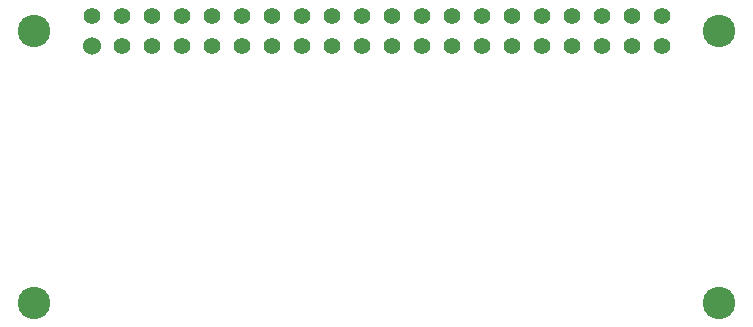
<source format=gbs>
G04 DipTrace 3.0.0.2*
G04 hobo.gbs*
%MOIN*%
G04 #@! TF.FileFunction,Soldermask,Bot*
G04 #@! TF.Part,Single*
%ADD32C,0.06*%
%ADD33C,0.055433*%
%ADD42C,0.108268*%
%FSLAX26Y26*%
G04*
G70*
G90*
G75*
G01*
G04 BotMask*
%LPD*%
D42*
X531496Y1437008D3*
Y531496D3*
X2814961D3*
Y1437008D3*
D32*
X723228Y1387008D3*
D33*
Y1487008D3*
X823228Y1387008D3*
Y1487008D3*
X923228Y1387008D3*
Y1487008D3*
X1023228Y1387008D3*
Y1487008D3*
X1123228Y1387008D3*
Y1487008D3*
X1223228Y1387008D3*
Y1487008D3*
X1323228Y1387008D3*
Y1487008D3*
X1423228Y1387008D3*
Y1487008D3*
X1523228Y1387008D3*
Y1487008D3*
X1623228Y1387008D3*
Y1487008D3*
X1723228Y1387008D3*
Y1487008D3*
X1823228Y1387008D3*
Y1487008D3*
X1923228Y1387008D3*
Y1487008D3*
X2023228Y1387008D3*
Y1487008D3*
X2123228Y1387008D3*
Y1487008D3*
X2223228Y1387008D3*
Y1487008D3*
X2323228Y1387008D3*
Y1487008D3*
X2423228Y1387008D3*
Y1487008D3*
X2523228Y1387008D3*
Y1487008D3*
X2623228Y1387008D3*
Y1487008D3*
M02*

</source>
